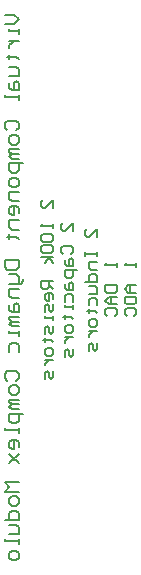
<source format=gbo>
G04*
G04 #@! TF.GenerationSoftware,Altium Limited,Altium Designer,18.1.7 (191)*
G04*
G04 Layer_Color=32896*
%FSLAX44Y44*%
%MOMM*%
G71*
G01*
G75*
%ADD10C,0.2000*%
D10*
X1184703Y2027399D02*
Y2034064D01*
X1178039Y2027399D01*
X1176373D01*
X1174706Y2029065D01*
Y2032397D01*
X1176373Y2034064D01*
X1184703Y2014070D02*
Y2010738D01*
Y2012404D01*
X1174706D01*
X1176373Y2014070D01*
Y2005739D02*
X1174706Y2004073D01*
Y2000741D01*
X1176373Y1999075D01*
X1183037D01*
X1184703Y2000741D01*
Y2004073D01*
X1183037Y2005739D01*
X1176373D01*
Y1995743D02*
X1174706Y1994077D01*
Y1990744D01*
X1176373Y1989078D01*
X1183037D01*
X1184703Y1990744D01*
Y1994077D01*
X1183037Y1995743D01*
X1176373D01*
X1184703Y1985746D02*
X1174706D01*
X1181371D02*
X1178039Y1980748D01*
X1181371Y1985746D02*
X1184703Y1980748D01*
Y1965752D02*
X1174706D01*
Y1960754D01*
X1176373Y1959088D01*
X1179705D01*
X1181371Y1960754D01*
Y1965752D01*
Y1962420D02*
X1184703Y1959088D01*
Y1950757D02*
Y1954089D01*
X1183037Y1955755D01*
X1179705D01*
X1178039Y1954089D01*
Y1950757D01*
X1179705Y1949091D01*
X1181371D01*
Y1955755D01*
X1184703Y1945759D02*
Y1940760D01*
X1183037Y1939094D01*
X1181371Y1940760D01*
Y1944093D01*
X1179705Y1945759D01*
X1178039Y1944093D01*
Y1939094D01*
X1184703Y1935762D02*
Y1932430D01*
Y1934096D01*
X1178039D01*
Y1935762D01*
X1184703Y1927431D02*
Y1922433D01*
X1183037Y1920767D01*
X1181371Y1922433D01*
Y1925765D01*
X1179705Y1927431D01*
X1178039Y1925765D01*
Y1920767D01*
X1176373Y1915768D02*
X1178039D01*
Y1917435D01*
Y1914102D01*
Y1915768D01*
X1183037D01*
X1184703Y1914102D01*
Y1907438D02*
Y1904106D01*
X1183037Y1902439D01*
X1179705D01*
X1178039Y1904106D01*
Y1907438D01*
X1179705Y1909104D01*
X1183037D01*
X1184703Y1907438D01*
X1178039Y1899107D02*
X1184703D01*
X1181371D01*
X1179705Y1897441D01*
X1178039Y1895775D01*
Y1894109D01*
X1184703Y1889110D02*
Y1884112D01*
X1183037Y1882446D01*
X1181371Y1884112D01*
Y1887444D01*
X1179705Y1889110D01*
X1178039Y1887444D01*
Y1882446D01*
X1201499Y2008239D02*
Y2014903D01*
X1194835Y2008239D01*
X1193169D01*
X1191503Y2009905D01*
Y2013237D01*
X1193169Y2014903D01*
Y1988245D02*
X1191503Y1989911D01*
Y1993243D01*
X1193169Y1994910D01*
X1199833D01*
X1201499Y1993243D01*
Y1989911D01*
X1199833Y1988245D01*
X1194835Y1983247D02*
Y1979914D01*
X1196501Y1978248D01*
X1201499D01*
Y1983247D01*
X1199833Y1984913D01*
X1198167Y1983247D01*
Y1978248D01*
X1204832Y1974916D02*
X1194835D01*
Y1969918D01*
X1196501Y1968251D01*
X1199833D01*
X1201499Y1969918D01*
Y1974916D01*
X1194835Y1963253D02*
Y1959921D01*
X1196501Y1958255D01*
X1201499D01*
Y1963253D01*
X1199833Y1964919D01*
X1198167Y1963253D01*
Y1958255D01*
X1194835Y1948258D02*
Y1953256D01*
X1196501Y1954922D01*
X1199833D01*
X1201499Y1953256D01*
Y1948258D01*
Y1944926D02*
Y1941593D01*
Y1943259D01*
X1194835D01*
Y1944926D01*
X1193169Y1934929D02*
X1194835D01*
Y1936595D01*
Y1933263D01*
Y1934929D01*
X1199833D01*
X1201499Y1933263D01*
Y1926598D02*
Y1923266D01*
X1199833Y1921600D01*
X1196501D01*
X1194835Y1923266D01*
Y1926598D01*
X1196501Y1928264D01*
X1199833D01*
X1201499Y1926598D01*
X1194835Y1918268D02*
X1201499D01*
X1198167D01*
X1196501Y1916602D01*
X1194835Y1914935D01*
Y1913269D01*
X1201499Y1908271D02*
Y1903272D01*
X1199833Y1901606D01*
X1198167Y1903272D01*
Y1906605D01*
X1196501Y1908271D01*
X1194835Y1906605D01*
Y1901606D01*
X1221628Y2003240D02*
Y2009905D01*
X1214963Y2003240D01*
X1213297D01*
X1211631Y2004906D01*
Y2008239D01*
X1213297Y2009905D01*
X1211631Y1989911D02*
Y1986579D01*
Y1988245D01*
X1221628D01*
Y1989911D01*
Y1986579D01*
Y1981581D02*
X1214963D01*
Y1976582D01*
X1216629Y1974916D01*
X1221628D01*
X1211631Y1964919D02*
X1221628D01*
Y1969918D01*
X1219962Y1971584D01*
X1216629D01*
X1214963Y1969918D01*
Y1964919D01*
Y1961587D02*
X1219962D01*
X1221628Y1959921D01*
Y1954922D01*
X1214963D01*
Y1944926D02*
Y1949924D01*
X1216629Y1951590D01*
X1219962D01*
X1221628Y1949924D01*
Y1944926D01*
X1213297Y1939927D02*
X1214963D01*
Y1941593D01*
Y1938261D01*
Y1939927D01*
X1219962D01*
X1221628Y1938261D01*
Y1931597D02*
Y1928264D01*
X1219962Y1926598D01*
X1216629D01*
X1214963Y1928264D01*
Y1931597D01*
X1216629Y1933263D01*
X1219962D01*
X1221628Y1931597D01*
X1214963Y1923266D02*
X1221628D01*
X1218296D01*
X1216629Y1921600D01*
X1214963Y1919934D01*
Y1918268D01*
X1221628Y1913269D02*
Y1908271D01*
X1219962Y1906605D01*
X1218296Y1908271D01*
Y1911603D01*
X1216629Y1913269D01*
X1214963Y1911603D01*
Y1906605D01*
X1238424Y1980748D02*
Y1977415D01*
Y1979081D01*
X1228427D01*
X1230093Y1980748D01*
X1228427Y1962420D02*
X1238424D01*
Y1957422D01*
X1236758Y1955755D01*
X1230093D01*
X1228427Y1957422D01*
Y1962420D01*
X1238424Y1952423D02*
X1231759D01*
X1228427Y1949091D01*
X1231759Y1945759D01*
X1238424D01*
X1233426D01*
Y1952423D01*
X1230093Y1935762D02*
X1228427Y1937428D01*
Y1940760D01*
X1230093Y1942426D01*
X1236758D01*
X1238424Y1940760D01*
Y1937428D01*
X1236758Y1935762D01*
X1255220Y1980748D02*
Y1977415D01*
Y1979081D01*
X1245223D01*
X1246889Y1980748D01*
X1255220Y1962420D02*
X1248556D01*
X1245223Y1959088D01*
X1248556Y1955755D01*
X1255220D01*
X1250222D01*
Y1962420D01*
X1245223Y1952423D02*
X1255220D01*
Y1947425D01*
X1253554Y1945759D01*
X1246889D01*
X1245223Y1947425D01*
Y1952423D01*
X1246889Y1935762D02*
X1245223Y1937428D01*
Y1940760D01*
X1246889Y1942426D01*
X1253554D01*
X1255220Y1940760D01*
Y1937428D01*
X1253554Y1935762D01*
X1143624Y2191180D02*
X1151621D01*
X1155620Y2187181D01*
X1151621Y2183183D01*
X1143624D01*
X1155620Y2179184D02*
Y2175185D01*
Y2177184D01*
X1147623D01*
Y2179184D01*
Y2169187D02*
X1155620D01*
X1151621D01*
X1149622Y2167188D01*
X1147623Y2165188D01*
Y2163189D01*
X1145623Y2155192D02*
X1147623D01*
Y2157191D01*
Y2153192D01*
Y2155192D01*
X1153621D01*
X1155620Y2153192D01*
X1147623Y2147194D02*
X1153621D01*
X1155620Y2145195D01*
Y2139197D01*
X1147623D01*
Y2133199D02*
Y2129200D01*
X1149622Y2127201D01*
X1155620D01*
Y2133199D01*
X1153621Y2135198D01*
X1151621Y2133199D01*
Y2127201D01*
X1155620Y2123202D02*
Y2119203D01*
Y2121203D01*
X1143624D01*
Y2123202D01*
X1145623Y2093212D02*
X1143624Y2095211D01*
Y2099210D01*
X1145623Y2101209D01*
X1153621D01*
X1155620Y2099210D01*
Y2095211D01*
X1153621Y2093212D01*
X1155620Y2087214D02*
Y2083215D01*
X1153621Y2081216D01*
X1149622D01*
X1147623Y2083215D01*
Y2087214D01*
X1149622Y2089213D01*
X1153621D01*
X1155620Y2087214D01*
Y2077217D02*
X1147623D01*
Y2075217D01*
X1149622Y2073218D01*
X1155620D01*
X1149622D01*
X1147623Y2071219D01*
X1149622Y2069219D01*
X1155620D01*
X1159619Y2065221D02*
X1147623D01*
Y2059223D01*
X1149622Y2057223D01*
X1153621D01*
X1155620Y2059223D01*
Y2065221D01*
Y2051225D02*
Y2047227D01*
X1153621Y2045227D01*
X1149622D01*
X1147623Y2047227D01*
Y2051225D01*
X1149622Y2053225D01*
X1153621D01*
X1155620Y2051225D01*
Y2041228D02*
X1147623D01*
Y2035230D01*
X1149622Y2033231D01*
X1155620D01*
Y2023234D02*
Y2027233D01*
X1153621Y2029232D01*
X1149622D01*
X1147623Y2027233D01*
Y2023234D01*
X1149622Y2021235D01*
X1151621D01*
Y2029232D01*
X1155620Y2017236D02*
X1147623D01*
Y2011238D01*
X1149622Y2009239D01*
X1155620D01*
X1145623Y2003241D02*
X1147623D01*
Y2005240D01*
Y2001241D01*
Y2003241D01*
X1153621D01*
X1155620Y2001241D01*
X1143624Y1983247D02*
X1155620D01*
Y1977249D01*
X1153621Y1975250D01*
X1145623D01*
X1143624Y1977249D01*
Y1983247D01*
X1147623Y1971251D02*
X1153621D01*
X1155620Y1969252D01*
Y1963254D01*
X1157619D01*
X1159619Y1965253D01*
Y1967253D01*
X1155620Y1963254D02*
X1147623D01*
X1155620Y1959255D02*
X1147623D01*
Y1953257D01*
X1149622Y1951258D01*
X1155620D01*
X1147623Y1945260D02*
Y1941261D01*
X1149622Y1939261D01*
X1155620D01*
Y1945260D01*
X1153621Y1947259D01*
X1151621Y1945260D01*
Y1939261D01*
X1155620Y1935263D02*
X1147623D01*
Y1933263D01*
X1149622Y1931264D01*
X1155620D01*
X1149622D01*
X1147623Y1929265D01*
X1149622Y1927265D01*
X1155620D01*
Y1923267D02*
Y1919268D01*
Y1921267D01*
X1147623D01*
Y1923267D01*
Y1905273D02*
Y1911270D01*
X1149622Y1913270D01*
X1153621D01*
X1155620Y1911270D01*
Y1905273D01*
X1145623Y1881280D02*
X1143624Y1883280D01*
Y1887278D01*
X1145623Y1889278D01*
X1153621D01*
X1155620Y1887278D01*
Y1883280D01*
X1153621Y1881280D01*
X1155620Y1875282D02*
Y1871284D01*
X1153621Y1869284D01*
X1149622D01*
X1147623Y1871284D01*
Y1875282D01*
X1149622Y1877282D01*
X1153621D01*
X1155620Y1875282D01*
Y1865285D02*
X1147623D01*
Y1863286D01*
X1149622Y1861287D01*
X1155620D01*
X1149622D01*
X1147623Y1859287D01*
X1149622Y1857288D01*
X1155620D01*
X1159619Y1853289D02*
X1147623D01*
Y1847291D01*
X1149622Y1845292D01*
X1153621D01*
X1155620Y1847291D01*
Y1853289D01*
Y1841293D02*
Y1837294D01*
Y1839294D01*
X1143624D01*
Y1841293D01*
X1155620Y1825298D02*
Y1829297D01*
X1153621Y1831296D01*
X1149622D01*
X1147623Y1829297D01*
Y1825298D01*
X1149622Y1823299D01*
X1151621D01*
Y1831296D01*
X1147623Y1819300D02*
X1155620Y1811303D01*
X1151621Y1815302D01*
X1147623Y1811303D01*
X1155620Y1819300D01*
Y1795308D02*
X1143624D01*
X1147623Y1791309D01*
X1143624Y1787311D01*
X1155620D01*
Y1781313D02*
Y1777314D01*
X1153621Y1775315D01*
X1149622D01*
X1147623Y1777314D01*
Y1781313D01*
X1149622Y1783312D01*
X1153621D01*
X1155620Y1781313D01*
X1143624Y1763318D02*
X1155620D01*
Y1769317D01*
X1153621Y1771316D01*
X1149622D01*
X1147623Y1769317D01*
Y1763318D01*
Y1759320D02*
X1153621D01*
X1155620Y1757320D01*
Y1751322D01*
X1147623D01*
X1155620Y1747324D02*
Y1743325D01*
Y1745324D01*
X1143624D01*
Y1747324D01*
X1155620Y1735327D02*
Y1731329D01*
X1153621Y1729329D01*
X1149622D01*
X1147623Y1731329D01*
Y1735327D01*
X1149622Y1737327D01*
X1153621D01*
X1155620Y1735327D01*
M02*

</source>
